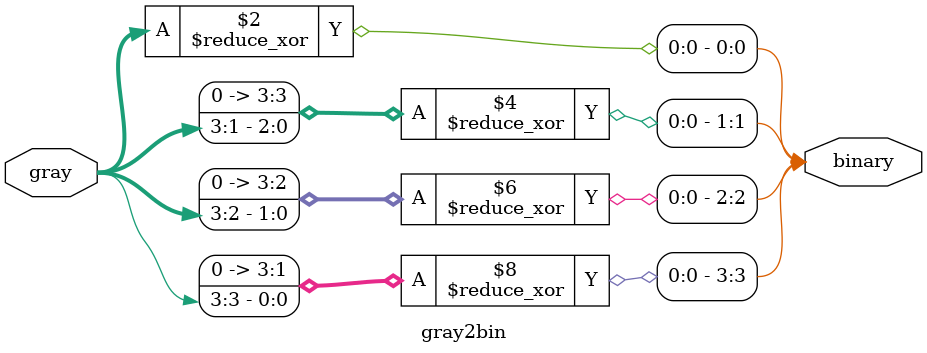
<source format=sv>

`timescale 1ns / 1ps

module gray2bin #(
    parameter int WIDTH = 4
) (
    input  wire [WIDTH-1:0] gray,
    output wire [WIDTH-1:0] binary
);

    genvar i;
    generate
        for (i = 0; i < WIDTH; i++) begin : gen_gray_to_bin
            assign binary[i] = ^(gray >> i);
        end
    endgenerate

endmodule : gray2bin

</source>
